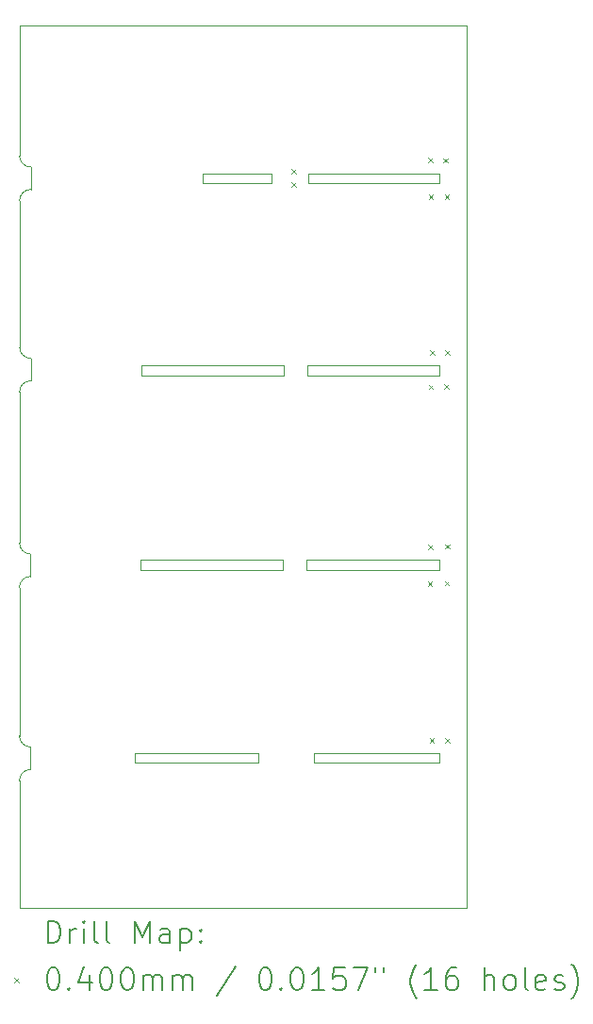
<source format=gbr>
%TF.GenerationSoftware,KiCad,Pcbnew,7.0.6*%
%TF.CreationDate,2023-07-14T07:46:09+02:00*%
%TF.ProjectId,78_1x39_1mm Solr tile,37382c31-7833-4392-9c31-6d6d20536f6c,rev?*%
%TF.SameCoordinates,Original*%
%TF.FileFunction,Drillmap*%
%TF.FilePolarity,Positive*%
%FSLAX45Y45*%
G04 Gerber Fmt 4.5, Leading zero omitted, Abs format (unit mm)*
G04 Created by KiCad (PCBNEW 7.0.6) date 2023-07-14 07:46:09*
%MOMM*%
%LPD*%
G01*
G04 APERTURE LIST*
%ADD10C,0.100000*%
%ADD11C,0.200000*%
%ADD12C,0.040000*%
G04 APERTURE END LIST*
D10*
X2635500Y-8392000D02*
X3739500Y-8392000D01*
X3739500Y-8480000D01*
X2635500Y-8480000D01*
X2635500Y-8392000D01*
X3237500Y-3194000D02*
X3858500Y-3194000D01*
X3858500Y-3282000D01*
X3237500Y-3282000D01*
X3237500Y-3194000D01*
X2693500Y-4917000D02*
X3972500Y-4917000D01*
X3972500Y-5005000D01*
X2693500Y-5005000D01*
X2693500Y-4917000D01*
X2680000Y-6662000D02*
X3959000Y-6662000D01*
X3959000Y-6750000D01*
X2680000Y-6750000D01*
X2680000Y-6662000D01*
X1595853Y-3436853D02*
X1596000Y-4751289D01*
X1594853Y-8639853D02*
X1595000Y-9782000D01*
X1694660Y-6807760D02*
G75*
G03*
X1594660Y-6907617I0J-100000D01*
G01*
X1695000Y-8540000D02*
X1695000Y-8338289D01*
X4170000Y-6662000D02*
X5364000Y-6662000D01*
X5364000Y-6750000D01*
X4170000Y-6750000D01*
X4170000Y-6662000D01*
X1596001Y-3035289D02*
G75*
G03*
X1696000Y-3135289I99999J-1D01*
G01*
X4241000Y-8391000D02*
X5364000Y-8391000D01*
X5364000Y-8479000D01*
X4241000Y-8479000D01*
X4241000Y-8391000D01*
X1694853Y-8539999D02*
G75*
G03*
X1594853Y-8639853I-4J-99996D01*
G01*
X1696000Y-3337000D02*
X1696000Y-3135289D01*
X1696000Y-5053000D02*
X1696000Y-4851289D01*
X1695853Y-3336999D02*
G75*
G03*
X1595853Y-3436853I-4J-99996D01*
G01*
X5608000Y-9781000D02*
X5609000Y-1863000D01*
X1595853Y-5152853D02*
X1594807Y-6506053D01*
X1594807Y-6506053D02*
G75*
G03*
X1694807Y-6606053I100003J3D01*
G01*
X1596001Y-4751289D02*
G75*
G03*
X1696000Y-4851289I99999J-1D01*
G01*
X4186500Y-3195000D02*
X5363500Y-3195000D01*
X5363500Y-3283000D01*
X4186500Y-3283000D01*
X4186500Y-3195000D01*
X1595001Y-8238289D02*
G75*
G03*
X1695000Y-8338289I99999J-1D01*
G01*
X1695853Y-5052999D02*
G75*
G03*
X1595853Y-5152853I-4J-99996D01*
G01*
X1594660Y-6907617D02*
X1595000Y-8238289D01*
X1694807Y-6807764D02*
X1694807Y-6606053D01*
X1596000Y-1862000D02*
X5609000Y-1863000D01*
X4183500Y-4917000D02*
X5363500Y-4917000D01*
X5363500Y-5005000D01*
X4183500Y-5005000D01*
X4183500Y-4917000D01*
X1595000Y-9782000D02*
X5608000Y-9781000D01*
X1596000Y-1862000D02*
X1596000Y-3035289D01*
D11*
D12*
X4037000Y-3155000D02*
X4077000Y-3195000D01*
X4077000Y-3155000D02*
X4037000Y-3195000D01*
X4037000Y-3272000D02*
X4077000Y-3312000D01*
X4077000Y-3272000D02*
X4037000Y-3312000D01*
X5261000Y-6852000D02*
X5301000Y-6892000D01*
X5301000Y-6852000D02*
X5261000Y-6892000D01*
X5265000Y-3055000D02*
X5305000Y-3095000D01*
X5305000Y-3055000D02*
X5265000Y-3095000D01*
X5266000Y-6521000D02*
X5306000Y-6561000D01*
X5306000Y-6521000D02*
X5266000Y-6561000D01*
X5270000Y-3381000D02*
X5310000Y-3421000D01*
X5310000Y-3381000D02*
X5270000Y-3421000D01*
X5271000Y-5088000D02*
X5311000Y-5128000D01*
X5311000Y-5088000D02*
X5271000Y-5128000D01*
X5278000Y-8260000D02*
X5318000Y-8300000D01*
X5318000Y-8260000D02*
X5278000Y-8300000D01*
X5283000Y-4782000D02*
X5323000Y-4822000D01*
X5323000Y-4782000D02*
X5283000Y-4822000D01*
X5400000Y-3057000D02*
X5440000Y-3097000D01*
X5440000Y-3057000D02*
X5400000Y-3097000D01*
X5410000Y-5084000D02*
X5450000Y-5124000D01*
X5450000Y-5084000D02*
X5410000Y-5124000D01*
X5413000Y-6850000D02*
X5453000Y-6890000D01*
X5453000Y-6850000D02*
X5413000Y-6890000D01*
X5415000Y-3385000D02*
X5455000Y-3425000D01*
X5455000Y-3385000D02*
X5415000Y-3425000D01*
X5416000Y-4777000D02*
X5456000Y-4817000D01*
X5456000Y-4777000D02*
X5416000Y-4817000D01*
X5416000Y-6520000D02*
X5456000Y-6560000D01*
X5456000Y-6520000D02*
X5416000Y-6560000D01*
X5421000Y-8260000D02*
X5461000Y-8300000D01*
X5461000Y-8260000D02*
X5421000Y-8300000D01*
D11*
X1850437Y-10098484D02*
X1850437Y-9898484D01*
X1850437Y-9898484D02*
X1898056Y-9898484D01*
X1898056Y-9898484D02*
X1926627Y-9908008D01*
X1926627Y-9908008D02*
X1945675Y-9927055D01*
X1945675Y-9927055D02*
X1955199Y-9946103D01*
X1955199Y-9946103D02*
X1964723Y-9984198D01*
X1964723Y-9984198D02*
X1964723Y-10012770D01*
X1964723Y-10012770D02*
X1955199Y-10050865D01*
X1955199Y-10050865D02*
X1945675Y-10069912D01*
X1945675Y-10069912D02*
X1926627Y-10088960D01*
X1926627Y-10088960D02*
X1898056Y-10098484D01*
X1898056Y-10098484D02*
X1850437Y-10098484D01*
X2050437Y-10098484D02*
X2050437Y-9965150D01*
X2050437Y-10003246D02*
X2059961Y-9984198D01*
X2059961Y-9984198D02*
X2069485Y-9974674D01*
X2069485Y-9974674D02*
X2088532Y-9965150D01*
X2088532Y-9965150D02*
X2107580Y-9965150D01*
X2174247Y-10098484D02*
X2174247Y-9965150D01*
X2174247Y-9898484D02*
X2164723Y-9908008D01*
X2164723Y-9908008D02*
X2174247Y-9917531D01*
X2174247Y-9917531D02*
X2183770Y-9908008D01*
X2183770Y-9908008D02*
X2174247Y-9898484D01*
X2174247Y-9898484D02*
X2174247Y-9917531D01*
X2298056Y-10098484D02*
X2279008Y-10088960D01*
X2279008Y-10088960D02*
X2269485Y-10069912D01*
X2269485Y-10069912D02*
X2269485Y-9898484D01*
X2402818Y-10098484D02*
X2383770Y-10088960D01*
X2383770Y-10088960D02*
X2374247Y-10069912D01*
X2374247Y-10069912D02*
X2374247Y-9898484D01*
X2631389Y-10098484D02*
X2631389Y-9898484D01*
X2631389Y-9898484D02*
X2698056Y-10041341D01*
X2698056Y-10041341D02*
X2764723Y-9898484D01*
X2764723Y-9898484D02*
X2764723Y-10098484D01*
X2945675Y-10098484D02*
X2945675Y-9993722D01*
X2945675Y-9993722D02*
X2936151Y-9974674D01*
X2936151Y-9974674D02*
X2917104Y-9965150D01*
X2917104Y-9965150D02*
X2879008Y-9965150D01*
X2879008Y-9965150D02*
X2859961Y-9974674D01*
X2945675Y-10088960D02*
X2926627Y-10098484D01*
X2926627Y-10098484D02*
X2879008Y-10098484D01*
X2879008Y-10098484D02*
X2859961Y-10088960D01*
X2859961Y-10088960D02*
X2850437Y-10069912D01*
X2850437Y-10069912D02*
X2850437Y-10050865D01*
X2850437Y-10050865D02*
X2859961Y-10031817D01*
X2859961Y-10031817D02*
X2879008Y-10022293D01*
X2879008Y-10022293D02*
X2926627Y-10022293D01*
X2926627Y-10022293D02*
X2945675Y-10012770D01*
X3040913Y-9965150D02*
X3040913Y-10165150D01*
X3040913Y-9974674D02*
X3059961Y-9965150D01*
X3059961Y-9965150D02*
X3098056Y-9965150D01*
X3098056Y-9965150D02*
X3117104Y-9974674D01*
X3117104Y-9974674D02*
X3126627Y-9984198D01*
X3126627Y-9984198D02*
X3136151Y-10003246D01*
X3136151Y-10003246D02*
X3136151Y-10060389D01*
X3136151Y-10060389D02*
X3126627Y-10079436D01*
X3126627Y-10079436D02*
X3117104Y-10088960D01*
X3117104Y-10088960D02*
X3098056Y-10098484D01*
X3098056Y-10098484D02*
X3059961Y-10098484D01*
X3059961Y-10098484D02*
X3040913Y-10088960D01*
X3221866Y-10079436D02*
X3231389Y-10088960D01*
X3231389Y-10088960D02*
X3221866Y-10098484D01*
X3221866Y-10098484D02*
X3212342Y-10088960D01*
X3212342Y-10088960D02*
X3221866Y-10079436D01*
X3221866Y-10079436D02*
X3221866Y-10098484D01*
X3221866Y-9974674D02*
X3231389Y-9984198D01*
X3231389Y-9984198D02*
X3221866Y-9993722D01*
X3221866Y-9993722D02*
X3212342Y-9984198D01*
X3212342Y-9984198D02*
X3221866Y-9974674D01*
X3221866Y-9974674D02*
X3221866Y-9993722D01*
D12*
X1549660Y-10407000D02*
X1589660Y-10447000D01*
X1589660Y-10407000D02*
X1549660Y-10447000D01*
D11*
X1888532Y-10318484D02*
X1907580Y-10318484D01*
X1907580Y-10318484D02*
X1926627Y-10328008D01*
X1926627Y-10328008D02*
X1936151Y-10337531D01*
X1936151Y-10337531D02*
X1945675Y-10356579D01*
X1945675Y-10356579D02*
X1955199Y-10394674D01*
X1955199Y-10394674D02*
X1955199Y-10442293D01*
X1955199Y-10442293D02*
X1945675Y-10480389D01*
X1945675Y-10480389D02*
X1936151Y-10499436D01*
X1936151Y-10499436D02*
X1926627Y-10508960D01*
X1926627Y-10508960D02*
X1907580Y-10518484D01*
X1907580Y-10518484D02*
X1888532Y-10518484D01*
X1888532Y-10518484D02*
X1869485Y-10508960D01*
X1869485Y-10508960D02*
X1859961Y-10499436D01*
X1859961Y-10499436D02*
X1850437Y-10480389D01*
X1850437Y-10480389D02*
X1840913Y-10442293D01*
X1840913Y-10442293D02*
X1840913Y-10394674D01*
X1840913Y-10394674D02*
X1850437Y-10356579D01*
X1850437Y-10356579D02*
X1859961Y-10337531D01*
X1859961Y-10337531D02*
X1869485Y-10328008D01*
X1869485Y-10328008D02*
X1888532Y-10318484D01*
X2040913Y-10499436D02*
X2050437Y-10508960D01*
X2050437Y-10508960D02*
X2040913Y-10518484D01*
X2040913Y-10518484D02*
X2031389Y-10508960D01*
X2031389Y-10508960D02*
X2040913Y-10499436D01*
X2040913Y-10499436D02*
X2040913Y-10518484D01*
X2221866Y-10385150D02*
X2221866Y-10518484D01*
X2174247Y-10308960D02*
X2126628Y-10451817D01*
X2126628Y-10451817D02*
X2250437Y-10451817D01*
X2364723Y-10318484D02*
X2383770Y-10318484D01*
X2383770Y-10318484D02*
X2402818Y-10328008D01*
X2402818Y-10328008D02*
X2412342Y-10337531D01*
X2412342Y-10337531D02*
X2421866Y-10356579D01*
X2421866Y-10356579D02*
X2431389Y-10394674D01*
X2431389Y-10394674D02*
X2431389Y-10442293D01*
X2431389Y-10442293D02*
X2421866Y-10480389D01*
X2421866Y-10480389D02*
X2412342Y-10499436D01*
X2412342Y-10499436D02*
X2402818Y-10508960D01*
X2402818Y-10508960D02*
X2383770Y-10518484D01*
X2383770Y-10518484D02*
X2364723Y-10518484D01*
X2364723Y-10518484D02*
X2345675Y-10508960D01*
X2345675Y-10508960D02*
X2336151Y-10499436D01*
X2336151Y-10499436D02*
X2326628Y-10480389D01*
X2326628Y-10480389D02*
X2317104Y-10442293D01*
X2317104Y-10442293D02*
X2317104Y-10394674D01*
X2317104Y-10394674D02*
X2326628Y-10356579D01*
X2326628Y-10356579D02*
X2336151Y-10337531D01*
X2336151Y-10337531D02*
X2345675Y-10328008D01*
X2345675Y-10328008D02*
X2364723Y-10318484D01*
X2555199Y-10318484D02*
X2574247Y-10318484D01*
X2574247Y-10318484D02*
X2593294Y-10328008D01*
X2593294Y-10328008D02*
X2602818Y-10337531D01*
X2602818Y-10337531D02*
X2612342Y-10356579D01*
X2612342Y-10356579D02*
X2621866Y-10394674D01*
X2621866Y-10394674D02*
X2621866Y-10442293D01*
X2621866Y-10442293D02*
X2612342Y-10480389D01*
X2612342Y-10480389D02*
X2602818Y-10499436D01*
X2602818Y-10499436D02*
X2593294Y-10508960D01*
X2593294Y-10508960D02*
X2574247Y-10518484D01*
X2574247Y-10518484D02*
X2555199Y-10518484D01*
X2555199Y-10518484D02*
X2536151Y-10508960D01*
X2536151Y-10508960D02*
X2526628Y-10499436D01*
X2526628Y-10499436D02*
X2517104Y-10480389D01*
X2517104Y-10480389D02*
X2507580Y-10442293D01*
X2507580Y-10442293D02*
X2507580Y-10394674D01*
X2507580Y-10394674D02*
X2517104Y-10356579D01*
X2517104Y-10356579D02*
X2526628Y-10337531D01*
X2526628Y-10337531D02*
X2536151Y-10328008D01*
X2536151Y-10328008D02*
X2555199Y-10318484D01*
X2707580Y-10518484D02*
X2707580Y-10385150D01*
X2707580Y-10404198D02*
X2717104Y-10394674D01*
X2717104Y-10394674D02*
X2736151Y-10385150D01*
X2736151Y-10385150D02*
X2764723Y-10385150D01*
X2764723Y-10385150D02*
X2783770Y-10394674D01*
X2783770Y-10394674D02*
X2793294Y-10413722D01*
X2793294Y-10413722D02*
X2793294Y-10518484D01*
X2793294Y-10413722D02*
X2802818Y-10394674D01*
X2802818Y-10394674D02*
X2821866Y-10385150D01*
X2821866Y-10385150D02*
X2850437Y-10385150D01*
X2850437Y-10385150D02*
X2869485Y-10394674D01*
X2869485Y-10394674D02*
X2879008Y-10413722D01*
X2879008Y-10413722D02*
X2879008Y-10518484D01*
X2974247Y-10518484D02*
X2974247Y-10385150D01*
X2974247Y-10404198D02*
X2983770Y-10394674D01*
X2983770Y-10394674D02*
X3002818Y-10385150D01*
X3002818Y-10385150D02*
X3031389Y-10385150D01*
X3031389Y-10385150D02*
X3050437Y-10394674D01*
X3050437Y-10394674D02*
X3059961Y-10413722D01*
X3059961Y-10413722D02*
X3059961Y-10518484D01*
X3059961Y-10413722D02*
X3069485Y-10394674D01*
X3069485Y-10394674D02*
X3088532Y-10385150D01*
X3088532Y-10385150D02*
X3117104Y-10385150D01*
X3117104Y-10385150D02*
X3136151Y-10394674D01*
X3136151Y-10394674D02*
X3145675Y-10413722D01*
X3145675Y-10413722D02*
X3145675Y-10518484D01*
X3536151Y-10308960D02*
X3364723Y-10566103D01*
X3793294Y-10318484D02*
X3812342Y-10318484D01*
X3812342Y-10318484D02*
X3831390Y-10328008D01*
X3831390Y-10328008D02*
X3840913Y-10337531D01*
X3840913Y-10337531D02*
X3850437Y-10356579D01*
X3850437Y-10356579D02*
X3859961Y-10394674D01*
X3859961Y-10394674D02*
X3859961Y-10442293D01*
X3859961Y-10442293D02*
X3850437Y-10480389D01*
X3850437Y-10480389D02*
X3840913Y-10499436D01*
X3840913Y-10499436D02*
X3831390Y-10508960D01*
X3831390Y-10508960D02*
X3812342Y-10518484D01*
X3812342Y-10518484D02*
X3793294Y-10518484D01*
X3793294Y-10518484D02*
X3774247Y-10508960D01*
X3774247Y-10508960D02*
X3764723Y-10499436D01*
X3764723Y-10499436D02*
X3755199Y-10480389D01*
X3755199Y-10480389D02*
X3745675Y-10442293D01*
X3745675Y-10442293D02*
X3745675Y-10394674D01*
X3745675Y-10394674D02*
X3755199Y-10356579D01*
X3755199Y-10356579D02*
X3764723Y-10337531D01*
X3764723Y-10337531D02*
X3774247Y-10328008D01*
X3774247Y-10328008D02*
X3793294Y-10318484D01*
X3945675Y-10499436D02*
X3955199Y-10508960D01*
X3955199Y-10508960D02*
X3945675Y-10518484D01*
X3945675Y-10518484D02*
X3936151Y-10508960D01*
X3936151Y-10508960D02*
X3945675Y-10499436D01*
X3945675Y-10499436D02*
X3945675Y-10518484D01*
X4079009Y-10318484D02*
X4098056Y-10318484D01*
X4098056Y-10318484D02*
X4117104Y-10328008D01*
X4117104Y-10328008D02*
X4126628Y-10337531D01*
X4126628Y-10337531D02*
X4136151Y-10356579D01*
X4136151Y-10356579D02*
X4145675Y-10394674D01*
X4145675Y-10394674D02*
X4145675Y-10442293D01*
X4145675Y-10442293D02*
X4136151Y-10480389D01*
X4136151Y-10480389D02*
X4126628Y-10499436D01*
X4126628Y-10499436D02*
X4117104Y-10508960D01*
X4117104Y-10508960D02*
X4098056Y-10518484D01*
X4098056Y-10518484D02*
X4079009Y-10518484D01*
X4079009Y-10518484D02*
X4059961Y-10508960D01*
X4059961Y-10508960D02*
X4050437Y-10499436D01*
X4050437Y-10499436D02*
X4040913Y-10480389D01*
X4040913Y-10480389D02*
X4031390Y-10442293D01*
X4031390Y-10442293D02*
X4031390Y-10394674D01*
X4031390Y-10394674D02*
X4040913Y-10356579D01*
X4040913Y-10356579D02*
X4050437Y-10337531D01*
X4050437Y-10337531D02*
X4059961Y-10328008D01*
X4059961Y-10328008D02*
X4079009Y-10318484D01*
X4336152Y-10518484D02*
X4221866Y-10518484D01*
X4279009Y-10518484D02*
X4279009Y-10318484D01*
X4279009Y-10318484D02*
X4259961Y-10347055D01*
X4259961Y-10347055D02*
X4240913Y-10366103D01*
X4240913Y-10366103D02*
X4221866Y-10375627D01*
X4517104Y-10318484D02*
X4421866Y-10318484D01*
X4421866Y-10318484D02*
X4412342Y-10413722D01*
X4412342Y-10413722D02*
X4421866Y-10404198D01*
X4421866Y-10404198D02*
X4440913Y-10394674D01*
X4440913Y-10394674D02*
X4488533Y-10394674D01*
X4488533Y-10394674D02*
X4507580Y-10404198D01*
X4507580Y-10404198D02*
X4517104Y-10413722D01*
X4517104Y-10413722D02*
X4526628Y-10432770D01*
X4526628Y-10432770D02*
X4526628Y-10480389D01*
X4526628Y-10480389D02*
X4517104Y-10499436D01*
X4517104Y-10499436D02*
X4507580Y-10508960D01*
X4507580Y-10508960D02*
X4488533Y-10518484D01*
X4488533Y-10518484D02*
X4440913Y-10518484D01*
X4440913Y-10518484D02*
X4421866Y-10508960D01*
X4421866Y-10508960D02*
X4412342Y-10499436D01*
X4593294Y-10318484D02*
X4726628Y-10318484D01*
X4726628Y-10318484D02*
X4640913Y-10518484D01*
X4793294Y-10318484D02*
X4793294Y-10356579D01*
X4869485Y-10318484D02*
X4869485Y-10356579D01*
X5164723Y-10594674D02*
X5155199Y-10585150D01*
X5155199Y-10585150D02*
X5136152Y-10556579D01*
X5136152Y-10556579D02*
X5126628Y-10537531D01*
X5126628Y-10537531D02*
X5117104Y-10508960D01*
X5117104Y-10508960D02*
X5107580Y-10461341D01*
X5107580Y-10461341D02*
X5107580Y-10423246D01*
X5107580Y-10423246D02*
X5117104Y-10375627D01*
X5117104Y-10375627D02*
X5126628Y-10347055D01*
X5126628Y-10347055D02*
X5136152Y-10328008D01*
X5136152Y-10328008D02*
X5155199Y-10299436D01*
X5155199Y-10299436D02*
X5164723Y-10289912D01*
X5345675Y-10518484D02*
X5231390Y-10518484D01*
X5288533Y-10518484D02*
X5288533Y-10318484D01*
X5288533Y-10318484D02*
X5269485Y-10347055D01*
X5269485Y-10347055D02*
X5250437Y-10366103D01*
X5250437Y-10366103D02*
X5231390Y-10375627D01*
X5517104Y-10318484D02*
X5479009Y-10318484D01*
X5479009Y-10318484D02*
X5459961Y-10328008D01*
X5459961Y-10328008D02*
X5450437Y-10337531D01*
X5450437Y-10337531D02*
X5431390Y-10366103D01*
X5431390Y-10366103D02*
X5421866Y-10404198D01*
X5421866Y-10404198D02*
X5421866Y-10480389D01*
X5421866Y-10480389D02*
X5431390Y-10499436D01*
X5431390Y-10499436D02*
X5440914Y-10508960D01*
X5440914Y-10508960D02*
X5459961Y-10518484D01*
X5459961Y-10518484D02*
X5498056Y-10518484D01*
X5498056Y-10518484D02*
X5517104Y-10508960D01*
X5517104Y-10508960D02*
X5526628Y-10499436D01*
X5526628Y-10499436D02*
X5536152Y-10480389D01*
X5536152Y-10480389D02*
X5536152Y-10432770D01*
X5536152Y-10432770D02*
X5526628Y-10413722D01*
X5526628Y-10413722D02*
X5517104Y-10404198D01*
X5517104Y-10404198D02*
X5498056Y-10394674D01*
X5498056Y-10394674D02*
X5459961Y-10394674D01*
X5459961Y-10394674D02*
X5440914Y-10404198D01*
X5440914Y-10404198D02*
X5431390Y-10413722D01*
X5431390Y-10413722D02*
X5421866Y-10432770D01*
X5774247Y-10518484D02*
X5774247Y-10318484D01*
X5859961Y-10518484D02*
X5859961Y-10413722D01*
X5859961Y-10413722D02*
X5850437Y-10394674D01*
X5850437Y-10394674D02*
X5831390Y-10385150D01*
X5831390Y-10385150D02*
X5802818Y-10385150D01*
X5802818Y-10385150D02*
X5783771Y-10394674D01*
X5783771Y-10394674D02*
X5774247Y-10404198D01*
X5983771Y-10518484D02*
X5964723Y-10508960D01*
X5964723Y-10508960D02*
X5955199Y-10499436D01*
X5955199Y-10499436D02*
X5945675Y-10480389D01*
X5945675Y-10480389D02*
X5945675Y-10423246D01*
X5945675Y-10423246D02*
X5955199Y-10404198D01*
X5955199Y-10404198D02*
X5964723Y-10394674D01*
X5964723Y-10394674D02*
X5983771Y-10385150D01*
X5983771Y-10385150D02*
X6012342Y-10385150D01*
X6012342Y-10385150D02*
X6031390Y-10394674D01*
X6031390Y-10394674D02*
X6040914Y-10404198D01*
X6040914Y-10404198D02*
X6050437Y-10423246D01*
X6050437Y-10423246D02*
X6050437Y-10480389D01*
X6050437Y-10480389D02*
X6040914Y-10499436D01*
X6040914Y-10499436D02*
X6031390Y-10508960D01*
X6031390Y-10508960D02*
X6012342Y-10518484D01*
X6012342Y-10518484D02*
X5983771Y-10518484D01*
X6164723Y-10518484D02*
X6145675Y-10508960D01*
X6145675Y-10508960D02*
X6136152Y-10489912D01*
X6136152Y-10489912D02*
X6136152Y-10318484D01*
X6317104Y-10508960D02*
X6298056Y-10518484D01*
X6298056Y-10518484D02*
X6259961Y-10518484D01*
X6259961Y-10518484D02*
X6240914Y-10508960D01*
X6240914Y-10508960D02*
X6231390Y-10489912D01*
X6231390Y-10489912D02*
X6231390Y-10413722D01*
X6231390Y-10413722D02*
X6240914Y-10394674D01*
X6240914Y-10394674D02*
X6259961Y-10385150D01*
X6259961Y-10385150D02*
X6298056Y-10385150D01*
X6298056Y-10385150D02*
X6317104Y-10394674D01*
X6317104Y-10394674D02*
X6326628Y-10413722D01*
X6326628Y-10413722D02*
X6326628Y-10432770D01*
X6326628Y-10432770D02*
X6231390Y-10451817D01*
X6402818Y-10508960D02*
X6421866Y-10518484D01*
X6421866Y-10518484D02*
X6459961Y-10518484D01*
X6459961Y-10518484D02*
X6479009Y-10508960D01*
X6479009Y-10508960D02*
X6488533Y-10489912D01*
X6488533Y-10489912D02*
X6488533Y-10480389D01*
X6488533Y-10480389D02*
X6479009Y-10461341D01*
X6479009Y-10461341D02*
X6459961Y-10451817D01*
X6459961Y-10451817D02*
X6431390Y-10451817D01*
X6431390Y-10451817D02*
X6412342Y-10442293D01*
X6412342Y-10442293D02*
X6402818Y-10423246D01*
X6402818Y-10423246D02*
X6402818Y-10413722D01*
X6402818Y-10413722D02*
X6412342Y-10394674D01*
X6412342Y-10394674D02*
X6431390Y-10385150D01*
X6431390Y-10385150D02*
X6459961Y-10385150D01*
X6459961Y-10385150D02*
X6479009Y-10394674D01*
X6555199Y-10594674D02*
X6564723Y-10585150D01*
X6564723Y-10585150D02*
X6583771Y-10556579D01*
X6583771Y-10556579D02*
X6593295Y-10537531D01*
X6593295Y-10537531D02*
X6602818Y-10508960D01*
X6602818Y-10508960D02*
X6612342Y-10461341D01*
X6612342Y-10461341D02*
X6612342Y-10423246D01*
X6612342Y-10423246D02*
X6602818Y-10375627D01*
X6602818Y-10375627D02*
X6593295Y-10347055D01*
X6593295Y-10347055D02*
X6583771Y-10328008D01*
X6583771Y-10328008D02*
X6564723Y-10299436D01*
X6564723Y-10299436D02*
X6555199Y-10289912D01*
M02*

</source>
